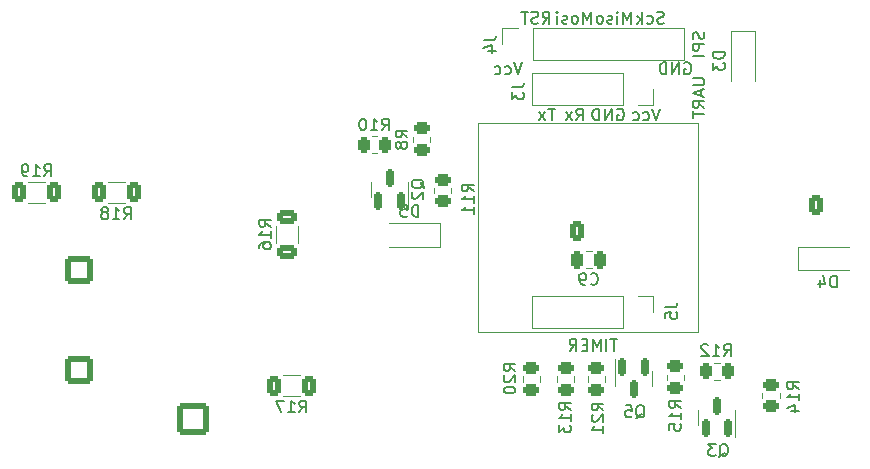
<source format=gbo>
G04 #@! TF.GenerationSoftware,KiCad,Pcbnew,(6.0.5)*
G04 #@! TF.CreationDate,2022-05-29T13:56:34+02:00*
G04 #@! TF.ProjectId,Jogurtownica,4a6f6775-7274-46f7-976e-6963612e6b69,rev?*
G04 #@! TF.SameCoordinates,Original*
G04 #@! TF.FileFunction,Legend,Bot*
G04 #@! TF.FilePolarity,Positive*
%FSLAX45Y45*%
G04 Gerber Fmt 4.5, Leading zero omitted, Abs format (unit mm)*
G04 Created by KiCad (PCBNEW (6.0.5)) date 2022-05-29 13:56:34*
%MOMM*%
%LPD*%
G01*
G04 APERTURE LIST*
G04 Aperture macros list*
%AMRoundRect*
0 Rectangle with rounded corners*
0 $1 Rounding radius*
0 $2 $3 $4 $5 $6 $7 $8 $9 X,Y pos of 4 corners*
0 Add a 4 corners polygon primitive as box body*
4,1,4,$2,$3,$4,$5,$6,$7,$8,$9,$2,$3,0*
0 Add four circle primitives for the rounded corners*
1,1,$1+$1,$2,$3*
1,1,$1+$1,$4,$5*
1,1,$1+$1,$6,$7*
1,1,$1+$1,$8,$9*
0 Add four rect primitives between the rounded corners*
20,1,$1+$1,$2,$3,$4,$5,0*
20,1,$1+$1,$4,$5,$6,$7,0*
20,1,$1+$1,$6,$7,$8,$9,0*
20,1,$1+$1,$8,$9,$2,$3,0*%
G04 Aperture macros list end*
%ADD10C,0.100000*%
%ADD11C,0.150000*%
%ADD12C,0.120000*%
%ADD13C,4.000000*%
%ADD14C,1.440000*%
%ADD15C,2.000000*%
%ADD16RoundRect,0.250000X-0.625000X0.350000X-0.625000X-0.350000X0.625000X-0.350000X0.625000X0.350000X0*%
%ADD17O,1.750000X1.200000*%
%ADD18RoundRect,0.250001X-0.949999X0.949999X-0.949999X-0.949999X0.949999X-0.949999X0.949999X0.949999X0*%
%ADD19C,2.400000*%
%ADD20R,1.600000X1.600000*%
%ADD21C,1.600000*%
%ADD22RoundRect,0.250000X0.350000X0.625000X-0.350000X0.625000X-0.350000X-0.625000X0.350000X-0.625000X0*%
%ADD23O,1.200000X1.750000*%
%ADD24RoundRect,0.250000X-0.845000X0.620000X-0.845000X-0.620000X0.845000X-0.620000X0.845000X0.620000X0*%
%ADD25O,2.190000X1.740000*%
%ADD26C,1.800000*%
%ADD27RoundRect,0.250000X-0.350000X-0.625000X0.350000X-0.625000X0.350000X0.625000X-0.350000X0.625000X0*%
%ADD28O,1.600000X1.600000*%
%ADD29RoundRect,0.250001X-1.099999X-1.099999X1.099999X-1.099999X1.099999X1.099999X-1.099999X1.099999X0*%
%ADD30C,2.700000*%
%ADD31C,3.000000*%
%ADD32R,2.500000X2.500000*%
%ADD33RoundRect,0.250000X-0.450000X0.262500X-0.450000X-0.262500X0.450000X-0.262500X0.450000X0.262500X0*%
%ADD34RoundRect,0.150000X-0.150000X0.587500X-0.150000X-0.587500X0.150000X-0.587500X0.150000X0.587500X0*%
%ADD35R,1.700000X1.300000*%
%ADD36R,1.700000X1.700000*%
%ADD37O,1.700000X1.700000*%
%ADD38R,1.300000X1.700000*%
%ADD39RoundRect,0.250000X-0.312500X-0.625000X0.312500X-0.625000X0.312500X0.625000X-0.312500X0.625000X0*%
%ADD40RoundRect,0.250000X0.312500X0.625000X-0.312500X0.625000X-0.312500X-0.625000X0.312500X-0.625000X0*%
%ADD41RoundRect,0.250000X0.450000X-0.262500X0.450000X0.262500X-0.450000X0.262500X-0.450000X-0.262500X0*%
%ADD42RoundRect,0.150000X0.150000X-0.587500X0.150000X0.587500X-0.150000X0.587500X-0.150000X-0.587500X0*%
%ADD43RoundRect,0.250000X-0.262500X-0.450000X0.262500X-0.450000X0.262500X0.450000X-0.262500X0.450000X0*%
%ADD44RoundRect,0.250000X-0.625000X0.312500X-0.625000X-0.312500X0.625000X-0.312500X0.625000X0.312500X0*%
%ADD45RoundRect,0.250000X0.262500X0.450000X-0.262500X0.450000X-0.262500X-0.450000X0.262500X-0.450000X0*%
%ADD46RoundRect,0.250000X-0.250000X-0.475000X0.250000X-0.475000X0.250000X0.475000X-0.250000X0.475000X0*%
G04 APERTURE END LIST*
D10*
X9040000Y-9390000D02*
X10900000Y-9390000D01*
X10900000Y-9390000D02*
X10900000Y-11160000D01*
X10900000Y-11160000D02*
X9040000Y-11160000D01*
X9040000Y-11160000D02*
X9040000Y-9390000D01*
D11*
X9409048Y-8875238D02*
X9375714Y-8975238D01*
X9342381Y-8875238D01*
X9266190Y-8970476D02*
X9275714Y-8975238D01*
X9294762Y-8975238D01*
X9304286Y-8970476D01*
X9309048Y-8965714D01*
X9313810Y-8956190D01*
X9313810Y-8927619D01*
X9309048Y-8918095D01*
X9304286Y-8913333D01*
X9294762Y-8908571D01*
X9275714Y-8908571D01*
X9266190Y-8913333D01*
X9180476Y-8970476D02*
X9190000Y-8975238D01*
X9209048Y-8975238D01*
X9218571Y-8970476D01*
X9223333Y-8965714D01*
X9228095Y-8956190D01*
X9228095Y-8927619D01*
X9223333Y-8918095D01*
X9218571Y-8913333D01*
X9209048Y-8908571D01*
X9190000Y-8908571D01*
X9180476Y-8913333D01*
X10216190Y-9270000D02*
X10225714Y-9265238D01*
X10240000Y-9265238D01*
X10254286Y-9270000D01*
X10263810Y-9279524D01*
X10268571Y-9289048D01*
X10273333Y-9308095D01*
X10273333Y-9322381D01*
X10268571Y-9341429D01*
X10263810Y-9350952D01*
X10254286Y-9360476D01*
X10240000Y-9365238D01*
X10230476Y-9365238D01*
X10216190Y-9360476D01*
X10211429Y-9355714D01*
X10211429Y-9322381D01*
X10230476Y-9322381D01*
X10168571Y-9365238D02*
X10168571Y-9265238D01*
X10111429Y-9365238D01*
X10111429Y-9265238D01*
X10063810Y-9365238D02*
X10063810Y-9265238D01*
X10040000Y-9265238D01*
X10025714Y-9270000D01*
X10016190Y-9279524D01*
X10011429Y-9289048D01*
X10006667Y-9308095D01*
X10006667Y-9322381D01*
X10011429Y-9341429D01*
X10016190Y-9350952D01*
X10025714Y-9360476D01*
X10040000Y-9365238D01*
X10063810Y-9365238D01*
X10579048Y-9265238D02*
X10545714Y-9365238D01*
X10512381Y-9265238D01*
X10436190Y-9360476D02*
X10445714Y-9365238D01*
X10464762Y-9365238D01*
X10474286Y-9360476D01*
X10479048Y-9355714D01*
X10483810Y-9346190D01*
X10483810Y-9317619D01*
X10479048Y-9308095D01*
X10474286Y-9303333D01*
X10464762Y-9298571D01*
X10445714Y-9298571D01*
X10436190Y-9303333D01*
X10350476Y-9360476D02*
X10360000Y-9365238D01*
X10379048Y-9365238D01*
X10388571Y-9360476D01*
X10393333Y-9355714D01*
X10398095Y-9346190D01*
X10398095Y-9317619D01*
X10393333Y-9308095D01*
X10388571Y-9303333D01*
X10379048Y-9298571D01*
X10360000Y-9298571D01*
X10350476Y-9303333D01*
X9689048Y-9265238D02*
X9631905Y-9265238D01*
X9660476Y-9365238D02*
X9660476Y-9265238D01*
X9608095Y-9365238D02*
X9555714Y-9298571D01*
X9608095Y-9298571D02*
X9555714Y-9365238D01*
X10611905Y-8540476D02*
X10597619Y-8545238D01*
X10573810Y-8545238D01*
X10564286Y-8540476D01*
X10559524Y-8535714D01*
X10554762Y-8526190D01*
X10554762Y-8516667D01*
X10559524Y-8507143D01*
X10564286Y-8502381D01*
X10573810Y-8497619D01*
X10592857Y-8492857D01*
X10602381Y-8488095D01*
X10607143Y-8483333D01*
X10611905Y-8473810D01*
X10611905Y-8464286D01*
X10607143Y-8454762D01*
X10602381Y-8450000D01*
X10592857Y-8445238D01*
X10569048Y-8445238D01*
X10554762Y-8450000D01*
X10469048Y-8540476D02*
X10478571Y-8545238D01*
X10497619Y-8545238D01*
X10507143Y-8540476D01*
X10511905Y-8535714D01*
X10516667Y-8526190D01*
X10516667Y-8497619D01*
X10511905Y-8488095D01*
X10507143Y-8483333D01*
X10497619Y-8478571D01*
X10478571Y-8478571D01*
X10469048Y-8483333D01*
X10426190Y-8545238D02*
X10426190Y-8445238D01*
X10416667Y-8507143D02*
X10388095Y-8545238D01*
X10388095Y-8478571D02*
X10426190Y-8516667D01*
X10332857Y-8545238D02*
X10332857Y-8445238D01*
X10299524Y-8516667D01*
X10266190Y-8445238D01*
X10266190Y-8545238D01*
X10218571Y-8545238D02*
X10218571Y-8478571D01*
X10218571Y-8445238D02*
X10223333Y-8450000D01*
X10218571Y-8454762D01*
X10213810Y-8450000D01*
X10218571Y-8445238D01*
X10218571Y-8454762D01*
X10175714Y-8540476D02*
X10166190Y-8545238D01*
X10147143Y-8545238D01*
X10137619Y-8540476D01*
X10132857Y-8530952D01*
X10132857Y-8526190D01*
X10137619Y-8516667D01*
X10147143Y-8511905D01*
X10161429Y-8511905D01*
X10170952Y-8507143D01*
X10175714Y-8497619D01*
X10175714Y-8492857D01*
X10170952Y-8483333D01*
X10161429Y-8478571D01*
X10147143Y-8478571D01*
X10137619Y-8483333D01*
X10075714Y-8545238D02*
X10085238Y-8540476D01*
X10090000Y-8535714D01*
X10094762Y-8526190D01*
X10094762Y-8497619D01*
X10090000Y-8488095D01*
X10085238Y-8483333D01*
X10075714Y-8478571D01*
X10061429Y-8478571D01*
X10051905Y-8483333D01*
X10047143Y-8488095D01*
X10042381Y-8497619D01*
X10042381Y-8526190D01*
X10047143Y-8535714D01*
X10051905Y-8540476D01*
X10061429Y-8545238D01*
X10075714Y-8545238D01*
X9869524Y-9365238D02*
X9902857Y-9317619D01*
X9926667Y-9365238D02*
X9926667Y-9265238D01*
X9888571Y-9265238D01*
X9879048Y-9270000D01*
X9874286Y-9274762D01*
X9869524Y-9284286D01*
X9869524Y-9298571D01*
X9874286Y-9308095D01*
X9879048Y-9312857D01*
X9888571Y-9317619D01*
X9926667Y-9317619D01*
X9836190Y-9365238D02*
X9783810Y-9298571D01*
X9836190Y-9298571D02*
X9783810Y-9365238D01*
X9584762Y-8545238D02*
X9618095Y-8497619D01*
X9641905Y-8545238D02*
X9641905Y-8445238D01*
X9603810Y-8445238D01*
X9594286Y-8450000D01*
X9589524Y-8454762D01*
X9584762Y-8464286D01*
X9584762Y-8478571D01*
X9589524Y-8488095D01*
X9594286Y-8492857D01*
X9603810Y-8497619D01*
X9641905Y-8497619D01*
X9546667Y-8540476D02*
X9532381Y-8545238D01*
X9508571Y-8545238D01*
X9499048Y-8540476D01*
X9494286Y-8535714D01*
X9489524Y-8526190D01*
X9489524Y-8516667D01*
X9494286Y-8507143D01*
X9499048Y-8502381D01*
X9508571Y-8497619D01*
X9527619Y-8492857D01*
X9537143Y-8488095D01*
X9541905Y-8483333D01*
X9546667Y-8473810D01*
X9546667Y-8464286D01*
X9541905Y-8454762D01*
X9537143Y-8450000D01*
X9527619Y-8445238D01*
X9503810Y-8445238D01*
X9489524Y-8450000D01*
X9460952Y-8445238D02*
X9403810Y-8445238D01*
X9432381Y-8545238D02*
X9432381Y-8445238D01*
X9992857Y-8545238D02*
X9992857Y-8445238D01*
X9959524Y-8516667D01*
X9926190Y-8445238D01*
X9926190Y-8545238D01*
X9864286Y-8545238D02*
X9873810Y-8540476D01*
X9878571Y-8535714D01*
X9883333Y-8526190D01*
X9883333Y-8497619D01*
X9878571Y-8488095D01*
X9873810Y-8483333D01*
X9864286Y-8478571D01*
X9850000Y-8478571D01*
X9840476Y-8483333D01*
X9835714Y-8488095D01*
X9830952Y-8497619D01*
X9830952Y-8526190D01*
X9835714Y-8535714D01*
X9840476Y-8540476D01*
X9850000Y-8545238D01*
X9864286Y-8545238D01*
X9792857Y-8540476D02*
X9783333Y-8545238D01*
X9764286Y-8545238D01*
X9754762Y-8540476D01*
X9750000Y-8530952D01*
X9750000Y-8526190D01*
X9754762Y-8516667D01*
X9764286Y-8511905D01*
X9778571Y-8511905D01*
X9788095Y-8507143D01*
X9792857Y-8497619D01*
X9792857Y-8492857D01*
X9788095Y-8483333D01*
X9778571Y-8478571D01*
X9764286Y-8478571D01*
X9754762Y-8483333D01*
X9707143Y-8545238D02*
X9707143Y-8478571D01*
X9707143Y-8445238D02*
X9711905Y-8450000D01*
X9707143Y-8454762D01*
X9702381Y-8450000D01*
X9707143Y-8445238D01*
X9707143Y-8454762D01*
X10786190Y-8880000D02*
X10795714Y-8875238D01*
X10810000Y-8875238D01*
X10824286Y-8880000D01*
X10833810Y-8889524D01*
X10838571Y-8899048D01*
X10843333Y-8918095D01*
X10843333Y-8932381D01*
X10838571Y-8951429D01*
X10833810Y-8960952D01*
X10824286Y-8970476D01*
X10810000Y-8975238D01*
X10800476Y-8975238D01*
X10786190Y-8970476D01*
X10781429Y-8965714D01*
X10781429Y-8932381D01*
X10800476Y-8932381D01*
X10738571Y-8975238D02*
X10738571Y-8875238D01*
X10681429Y-8975238D01*
X10681429Y-8875238D01*
X10633810Y-8975238D02*
X10633810Y-8875238D01*
X10610000Y-8875238D01*
X10595714Y-8880000D01*
X10586190Y-8889524D01*
X10581429Y-8899048D01*
X10576667Y-8918095D01*
X10576667Y-8932381D01*
X10581429Y-8951429D01*
X10586190Y-8960952D01*
X10595714Y-8970476D01*
X10610000Y-8975238D01*
X10633810Y-8975238D01*
G04 #@! TO.C,R15*
X10755238Y-11800714D02*
X10707619Y-11767381D01*
X10755238Y-11743571D02*
X10655238Y-11743571D01*
X10655238Y-11781667D01*
X10660000Y-11791190D01*
X10664762Y-11795952D01*
X10674286Y-11800714D01*
X10688571Y-11800714D01*
X10698095Y-11795952D01*
X10702857Y-11791190D01*
X10707619Y-11781667D01*
X10707619Y-11743571D01*
X10755238Y-11895952D02*
X10755238Y-11838809D01*
X10755238Y-11867381D02*
X10655238Y-11867381D01*
X10669524Y-11857857D01*
X10679048Y-11848333D01*
X10683810Y-11838809D01*
X10655238Y-11986428D02*
X10655238Y-11938809D01*
X10702857Y-11934048D01*
X10698095Y-11938809D01*
X10693333Y-11948333D01*
X10693333Y-11972143D01*
X10698095Y-11981667D01*
X10702857Y-11986428D01*
X10712381Y-11991190D01*
X10736190Y-11991190D01*
X10745714Y-11986428D01*
X10750476Y-11981667D01*
X10755238Y-11972143D01*
X10755238Y-11948333D01*
X10750476Y-11938809D01*
X10745714Y-11934048D01*
G04 #@! TO.C,Q5*
X10374524Y-11888512D02*
X10384048Y-11883750D01*
X10393571Y-11874226D01*
X10407857Y-11859940D01*
X10417381Y-11855178D01*
X10426905Y-11855178D01*
X10422143Y-11878988D02*
X10431667Y-11874226D01*
X10441190Y-11864702D01*
X10445952Y-11845655D01*
X10445952Y-11812321D01*
X10441190Y-11793274D01*
X10431667Y-11783750D01*
X10422143Y-11778988D01*
X10403095Y-11778988D01*
X10393571Y-11783750D01*
X10384048Y-11793274D01*
X10379286Y-11812321D01*
X10379286Y-11845655D01*
X10384048Y-11864702D01*
X10393571Y-11874226D01*
X10403095Y-11878988D01*
X10422143Y-11878988D01*
X10288810Y-11778988D02*
X10336429Y-11778988D01*
X10341190Y-11826607D01*
X10336429Y-11821845D01*
X10326905Y-11817083D01*
X10303095Y-11817083D01*
X10293571Y-11821845D01*
X10288810Y-11826607D01*
X10284048Y-11836131D01*
X10284048Y-11859940D01*
X10288810Y-11869464D01*
X10293571Y-11874226D01*
X10303095Y-11878988D01*
X10326905Y-11878988D01*
X10336429Y-11874226D01*
X10341190Y-11869464D01*
G04 #@! TO.C,R13*
X9825238Y-11815714D02*
X9777619Y-11782381D01*
X9825238Y-11758571D02*
X9725238Y-11758571D01*
X9725238Y-11796667D01*
X9730000Y-11806190D01*
X9734762Y-11810952D01*
X9744286Y-11815714D01*
X9758571Y-11815714D01*
X9768095Y-11810952D01*
X9772857Y-11806190D01*
X9777619Y-11796667D01*
X9777619Y-11758571D01*
X9825238Y-11910952D02*
X9825238Y-11853809D01*
X9825238Y-11882381D02*
X9725238Y-11882381D01*
X9739524Y-11872857D01*
X9749048Y-11863333D01*
X9753810Y-11853809D01*
X9725238Y-11944286D02*
X9725238Y-12006190D01*
X9763333Y-11972857D01*
X9763333Y-11987143D01*
X9768095Y-11996667D01*
X9772857Y-12001428D01*
X9782381Y-12006190D01*
X9806190Y-12006190D01*
X9815714Y-12001428D01*
X9820476Y-11996667D01*
X9825238Y-11987143D01*
X9825238Y-11958571D01*
X9820476Y-11949048D01*
X9815714Y-11944286D01*
G04 #@! TO.C,D3*
X11125238Y-8786190D02*
X11025238Y-8786190D01*
X11025238Y-8810000D01*
X11030000Y-8824286D01*
X11039524Y-8833810D01*
X11049048Y-8838571D01*
X11068095Y-8843333D01*
X11082381Y-8843333D01*
X11101429Y-8838571D01*
X11110952Y-8833810D01*
X11120476Y-8824286D01*
X11125238Y-8810000D01*
X11125238Y-8786190D01*
X11025238Y-8876667D02*
X11025238Y-8938571D01*
X11063333Y-8905238D01*
X11063333Y-8919524D01*
X11068095Y-8929048D01*
X11072857Y-8933810D01*
X11082381Y-8938571D01*
X11106190Y-8938571D01*
X11115714Y-8933810D01*
X11120476Y-8929048D01*
X11125238Y-8919524D01*
X11125238Y-8890952D01*
X11120476Y-8881429D01*
X11115714Y-8876667D01*
G04 #@! TO.C,J5*
X10625238Y-10946667D02*
X10696667Y-10946667D01*
X10710952Y-10941905D01*
X10720476Y-10932381D01*
X10725238Y-10918095D01*
X10725238Y-10908571D01*
X10625238Y-11041905D02*
X10625238Y-10994286D01*
X10672857Y-10989524D01*
X10668095Y-10994286D01*
X10663333Y-11003810D01*
X10663333Y-11027619D01*
X10668095Y-11037143D01*
X10672857Y-11041905D01*
X10682381Y-11046667D01*
X10706190Y-11046667D01*
X10715714Y-11041905D01*
X10720476Y-11037143D01*
X10725238Y-11027619D01*
X10725238Y-11003810D01*
X10720476Y-10994286D01*
X10715714Y-10989524D01*
X10214762Y-11215238D02*
X10157619Y-11215238D01*
X10186190Y-11315238D02*
X10186190Y-11215238D01*
X10124286Y-11315238D02*
X10124286Y-11215238D01*
X10076667Y-11315238D02*
X10076667Y-11215238D01*
X10043333Y-11286667D01*
X10010000Y-11215238D01*
X10010000Y-11315238D01*
X9962381Y-11262857D02*
X9929048Y-11262857D01*
X9914762Y-11315238D02*
X9962381Y-11315238D01*
X9962381Y-11215238D01*
X9914762Y-11215238D01*
X9814762Y-11315238D02*
X9848095Y-11267619D01*
X9871905Y-11315238D02*
X9871905Y-11215238D01*
X9833810Y-11215238D01*
X9824286Y-11220000D01*
X9819524Y-11224762D01*
X9814762Y-11234286D01*
X9814762Y-11248571D01*
X9819524Y-11258095D01*
X9824286Y-11262857D01*
X9833810Y-11267619D01*
X9871905Y-11267619D01*
G04 #@! TO.C,D4*
X12073809Y-10780238D02*
X12073809Y-10680238D01*
X12050000Y-10680238D01*
X12035714Y-10685000D01*
X12026190Y-10694524D01*
X12021428Y-10704048D01*
X12016667Y-10723095D01*
X12016667Y-10737381D01*
X12021428Y-10756429D01*
X12026190Y-10765952D01*
X12035714Y-10775476D01*
X12050000Y-10780238D01*
X12073809Y-10780238D01*
X11930952Y-10713571D02*
X11930952Y-10780238D01*
X11954762Y-10675476D02*
X11978571Y-10746905D01*
X11916667Y-10746905D01*
G04 #@! TO.C,R18*
X6039286Y-10202238D02*
X6072619Y-10154619D01*
X6096428Y-10202238D02*
X6096428Y-10102238D01*
X6058333Y-10102238D01*
X6048809Y-10107000D01*
X6044048Y-10111762D01*
X6039286Y-10121286D01*
X6039286Y-10135571D01*
X6044048Y-10145095D01*
X6048809Y-10149857D01*
X6058333Y-10154619D01*
X6096428Y-10154619D01*
X5944048Y-10202238D02*
X6001190Y-10202238D01*
X5972619Y-10202238D02*
X5972619Y-10102238D01*
X5982143Y-10116524D01*
X5991667Y-10126048D01*
X6001190Y-10130810D01*
X5886905Y-10145095D02*
X5896428Y-10140333D01*
X5901190Y-10135571D01*
X5905952Y-10126048D01*
X5905952Y-10121286D01*
X5901190Y-10111762D01*
X5896428Y-10107000D01*
X5886905Y-10102238D01*
X5867857Y-10102238D01*
X5858333Y-10107000D01*
X5853571Y-10111762D01*
X5848809Y-10121286D01*
X5848809Y-10126048D01*
X5853571Y-10135571D01*
X5858333Y-10140333D01*
X5867857Y-10145095D01*
X5886905Y-10145095D01*
X5896428Y-10149857D01*
X5901190Y-10154619D01*
X5905952Y-10164143D01*
X5905952Y-10183190D01*
X5901190Y-10192714D01*
X5896428Y-10197476D01*
X5886905Y-10202238D01*
X5867857Y-10202238D01*
X5858333Y-10197476D01*
X5853571Y-10192714D01*
X5848809Y-10183190D01*
X5848809Y-10164143D01*
X5853571Y-10154619D01*
X5858333Y-10149857D01*
X5867857Y-10145095D01*
G04 #@! TO.C,R19*
X5364286Y-9838238D02*
X5397619Y-9790619D01*
X5421429Y-9838238D02*
X5421429Y-9738238D01*
X5383333Y-9738238D01*
X5373810Y-9743000D01*
X5369048Y-9747762D01*
X5364286Y-9757286D01*
X5364286Y-9771571D01*
X5369048Y-9781095D01*
X5373810Y-9785857D01*
X5383333Y-9790619D01*
X5421429Y-9790619D01*
X5269048Y-9838238D02*
X5326190Y-9838238D01*
X5297619Y-9838238D02*
X5297619Y-9738238D01*
X5307143Y-9752524D01*
X5316667Y-9762048D01*
X5326190Y-9766810D01*
X5221429Y-9838238D02*
X5202381Y-9838238D01*
X5192857Y-9833476D01*
X5188095Y-9828714D01*
X5178571Y-9814429D01*
X5173810Y-9795381D01*
X5173810Y-9757286D01*
X5178571Y-9747762D01*
X5183333Y-9743000D01*
X5192857Y-9738238D01*
X5211905Y-9738238D01*
X5221429Y-9743000D01*
X5226190Y-9747762D01*
X5230952Y-9757286D01*
X5230952Y-9781095D01*
X5226190Y-9790619D01*
X5221429Y-9795381D01*
X5211905Y-9800143D01*
X5192857Y-9800143D01*
X5183333Y-9795381D01*
X5178571Y-9790619D01*
X5173810Y-9781095D01*
G04 #@! TO.C,R8*
X8440238Y-9508333D02*
X8392619Y-9475000D01*
X8440238Y-9451190D02*
X8340238Y-9451190D01*
X8340238Y-9489286D01*
X8345000Y-9498810D01*
X8349762Y-9503571D01*
X8359286Y-9508333D01*
X8373571Y-9508333D01*
X8383095Y-9503571D01*
X8387857Y-9498810D01*
X8392619Y-9489286D01*
X8392619Y-9451190D01*
X8383095Y-9565476D02*
X8378333Y-9555952D01*
X8373571Y-9551190D01*
X8364048Y-9546429D01*
X8359286Y-9546429D01*
X8349762Y-9551190D01*
X8345000Y-9555952D01*
X8340238Y-9565476D01*
X8340238Y-9584524D01*
X8345000Y-9594048D01*
X8349762Y-9598810D01*
X8359286Y-9603571D01*
X8364048Y-9603571D01*
X8373571Y-9598810D01*
X8378333Y-9594048D01*
X8383095Y-9584524D01*
X8383095Y-9565476D01*
X8387857Y-9555952D01*
X8392619Y-9551190D01*
X8402143Y-9546429D01*
X8421190Y-9546429D01*
X8430714Y-9551190D01*
X8435476Y-9555952D01*
X8440238Y-9565476D01*
X8440238Y-9584524D01*
X8435476Y-9594048D01*
X8430714Y-9598810D01*
X8421190Y-9603571D01*
X8402143Y-9603571D01*
X8392619Y-9598810D01*
X8387857Y-9594048D01*
X8383095Y-9584524D01*
G04 #@! TO.C,J4*
X9087238Y-8686667D02*
X9158667Y-8686667D01*
X9172952Y-8681905D01*
X9182476Y-8672381D01*
X9187238Y-8658095D01*
X9187238Y-8648571D01*
X9120571Y-8777143D02*
X9187238Y-8777143D01*
X9082476Y-8753333D02*
X9153905Y-8729524D01*
X9153905Y-8791429D01*
X10950476Y-8617619D02*
X10955238Y-8631905D01*
X10955238Y-8655714D01*
X10950476Y-8665238D01*
X10945714Y-8670000D01*
X10936190Y-8674762D01*
X10926667Y-8674762D01*
X10917143Y-8670000D01*
X10912381Y-8665238D01*
X10907619Y-8655714D01*
X10902857Y-8636667D01*
X10898095Y-8627143D01*
X10893333Y-8622381D01*
X10883810Y-8617619D01*
X10874286Y-8617619D01*
X10864762Y-8622381D01*
X10860000Y-8627143D01*
X10855238Y-8636667D01*
X10855238Y-8660476D01*
X10860000Y-8674762D01*
X10955238Y-8717619D02*
X10855238Y-8717619D01*
X10855238Y-8755714D01*
X10860000Y-8765238D01*
X10864762Y-8770000D01*
X10874286Y-8774762D01*
X10888571Y-8774762D01*
X10898095Y-8770000D01*
X10902857Y-8765238D01*
X10907619Y-8755714D01*
X10907619Y-8717619D01*
X10955238Y-8817619D02*
X10855238Y-8817619D01*
G04 #@! TO.C,R21*
X10100238Y-11820714D02*
X10052619Y-11787381D01*
X10100238Y-11763571D02*
X10000238Y-11763571D01*
X10000238Y-11801667D01*
X10005000Y-11811190D01*
X10009762Y-11815952D01*
X10019286Y-11820714D01*
X10033571Y-11820714D01*
X10043095Y-11815952D01*
X10047857Y-11811190D01*
X10052619Y-11801667D01*
X10052619Y-11763571D01*
X10009762Y-11858809D02*
X10005000Y-11863571D01*
X10000238Y-11873095D01*
X10000238Y-11896905D01*
X10005000Y-11906428D01*
X10009762Y-11911190D01*
X10019286Y-11915952D01*
X10028810Y-11915952D01*
X10043095Y-11911190D01*
X10100238Y-11854048D01*
X10100238Y-11915952D01*
X10100238Y-12011190D02*
X10100238Y-11954048D01*
X10100238Y-11982619D02*
X10000238Y-11982619D01*
X10014524Y-11973095D01*
X10024048Y-11963571D01*
X10028810Y-11954048D01*
G04 #@! TO.C,R14*
X11755238Y-11640714D02*
X11707619Y-11607381D01*
X11755238Y-11583571D02*
X11655238Y-11583571D01*
X11655238Y-11621667D01*
X11660000Y-11631190D01*
X11664762Y-11635952D01*
X11674286Y-11640714D01*
X11688571Y-11640714D01*
X11698095Y-11635952D01*
X11702857Y-11631190D01*
X11707619Y-11621667D01*
X11707619Y-11583571D01*
X11755238Y-11735952D02*
X11755238Y-11678809D01*
X11755238Y-11707381D02*
X11655238Y-11707381D01*
X11669524Y-11697857D01*
X11679048Y-11688333D01*
X11683809Y-11678809D01*
X11688571Y-11821667D02*
X11755238Y-11821667D01*
X11650476Y-11797857D02*
X11721905Y-11774048D01*
X11721905Y-11835952D01*
G04 #@! TO.C,R20*
X9355238Y-11485714D02*
X9307619Y-11452381D01*
X9355238Y-11428571D02*
X9255238Y-11428571D01*
X9255238Y-11466667D01*
X9260000Y-11476190D01*
X9264762Y-11480952D01*
X9274286Y-11485714D01*
X9288571Y-11485714D01*
X9298095Y-11480952D01*
X9302857Y-11476190D01*
X9307619Y-11466667D01*
X9307619Y-11428571D01*
X9264762Y-11523809D02*
X9260000Y-11528571D01*
X9255238Y-11538095D01*
X9255238Y-11561905D01*
X9260000Y-11571428D01*
X9264762Y-11576190D01*
X9274286Y-11580952D01*
X9283810Y-11580952D01*
X9298095Y-11576190D01*
X9355238Y-11519048D01*
X9355238Y-11580952D01*
X9255238Y-11642857D02*
X9255238Y-11652381D01*
X9260000Y-11661905D01*
X9264762Y-11666667D01*
X9274286Y-11671428D01*
X9293333Y-11676190D01*
X9317143Y-11676190D01*
X9336190Y-11671428D01*
X9345714Y-11666667D01*
X9350476Y-11661905D01*
X9355238Y-11652381D01*
X9355238Y-11642857D01*
X9350476Y-11633333D01*
X9345714Y-11628571D01*
X9336190Y-11623809D01*
X9317143Y-11619048D01*
X9293333Y-11619048D01*
X9274286Y-11623809D01*
X9264762Y-11628571D01*
X9260000Y-11633333D01*
X9255238Y-11642857D01*
G04 #@! TO.C,R17*
X7524286Y-11837238D02*
X7557619Y-11789619D01*
X7581428Y-11837238D02*
X7581428Y-11737238D01*
X7543333Y-11737238D01*
X7533809Y-11742000D01*
X7529048Y-11746762D01*
X7524286Y-11756286D01*
X7524286Y-11770571D01*
X7529048Y-11780095D01*
X7533809Y-11784857D01*
X7543333Y-11789619D01*
X7581428Y-11789619D01*
X7429048Y-11837238D02*
X7486190Y-11837238D01*
X7457619Y-11837238D02*
X7457619Y-11737238D01*
X7467143Y-11751524D01*
X7476667Y-11761048D01*
X7486190Y-11765809D01*
X7395714Y-11737238D02*
X7329048Y-11737238D01*
X7371905Y-11837238D01*
G04 #@! TO.C,Q2*
X8584762Y-9940476D02*
X8580000Y-9930952D01*
X8570476Y-9921429D01*
X8556190Y-9907143D01*
X8551429Y-9897619D01*
X8551429Y-9888095D01*
X8575238Y-9892857D02*
X8570476Y-9883333D01*
X8560952Y-9873810D01*
X8541905Y-9869048D01*
X8508571Y-9869048D01*
X8489524Y-9873810D01*
X8480000Y-9883333D01*
X8475238Y-9892857D01*
X8475238Y-9911905D01*
X8480000Y-9921429D01*
X8489524Y-9930952D01*
X8508571Y-9935714D01*
X8541905Y-9935714D01*
X8560952Y-9930952D01*
X8570476Y-9921429D01*
X8575238Y-9911905D01*
X8575238Y-9892857D01*
X8484762Y-9973810D02*
X8480000Y-9978571D01*
X8475238Y-9988095D01*
X8475238Y-10011905D01*
X8480000Y-10021429D01*
X8484762Y-10026190D01*
X8494286Y-10030952D01*
X8503810Y-10030952D01*
X8518095Y-10026190D01*
X8575238Y-9969048D01*
X8575238Y-10030952D01*
G04 #@! TO.C,R12*
X11119286Y-11360238D02*
X11152619Y-11312619D01*
X11176429Y-11360238D02*
X11176429Y-11260238D01*
X11138333Y-11260238D01*
X11128810Y-11265000D01*
X11124048Y-11269762D01*
X11119286Y-11279286D01*
X11119286Y-11293571D01*
X11124048Y-11303095D01*
X11128810Y-11307857D01*
X11138333Y-11312619D01*
X11176429Y-11312619D01*
X11024048Y-11360238D02*
X11081190Y-11360238D01*
X11052619Y-11360238D02*
X11052619Y-11260238D01*
X11062143Y-11274524D01*
X11071667Y-11284048D01*
X11081190Y-11288809D01*
X10985952Y-11269762D02*
X10981190Y-11265000D01*
X10971667Y-11260238D01*
X10947857Y-11260238D01*
X10938333Y-11265000D01*
X10933571Y-11269762D01*
X10928810Y-11279286D01*
X10928810Y-11288809D01*
X10933571Y-11303095D01*
X10990714Y-11360238D01*
X10928810Y-11360238D01*
G04 #@! TO.C,D5*
X8533810Y-10180238D02*
X8533810Y-10080238D01*
X8510000Y-10080238D01*
X8495714Y-10085000D01*
X8486190Y-10094524D01*
X8481429Y-10104048D01*
X8476667Y-10123095D01*
X8476667Y-10137381D01*
X8481429Y-10156429D01*
X8486190Y-10165952D01*
X8495714Y-10175476D01*
X8510000Y-10180238D01*
X8533810Y-10180238D01*
X8386190Y-10080238D02*
X8433810Y-10080238D01*
X8438571Y-10127857D01*
X8433810Y-10123095D01*
X8424286Y-10118333D01*
X8400476Y-10118333D01*
X8390952Y-10123095D01*
X8386190Y-10127857D01*
X8381428Y-10137381D01*
X8381428Y-10161190D01*
X8386190Y-10170714D01*
X8390952Y-10175476D01*
X8400476Y-10180238D01*
X8424286Y-10180238D01*
X8433810Y-10175476D01*
X8438571Y-10170714D01*
G04 #@! TO.C,J3*
X9325238Y-9086667D02*
X9396667Y-9086667D01*
X9410952Y-9081905D01*
X9420476Y-9072381D01*
X9425238Y-9058095D01*
X9425238Y-9048571D01*
X9325238Y-9124762D02*
X9325238Y-9186667D01*
X9363333Y-9153333D01*
X9363333Y-9167619D01*
X9368095Y-9177143D01*
X9372857Y-9181905D01*
X9382381Y-9186667D01*
X9406190Y-9186667D01*
X9415714Y-9181905D01*
X9420476Y-9177143D01*
X9425238Y-9167619D01*
X9425238Y-9139048D01*
X9420476Y-9129524D01*
X9415714Y-9124762D01*
X10855238Y-9010476D02*
X10936190Y-9010476D01*
X10945714Y-9015238D01*
X10950476Y-9020000D01*
X10955238Y-9029524D01*
X10955238Y-9048571D01*
X10950476Y-9058095D01*
X10945714Y-9062857D01*
X10936190Y-9067619D01*
X10855238Y-9067619D01*
X10926667Y-9110476D02*
X10926667Y-9158095D01*
X10955238Y-9100952D02*
X10855238Y-9134286D01*
X10955238Y-9167619D01*
X10955238Y-9258095D02*
X10907619Y-9224762D01*
X10955238Y-9200952D02*
X10855238Y-9200952D01*
X10855238Y-9239048D01*
X10860000Y-9248571D01*
X10864762Y-9253333D01*
X10874286Y-9258095D01*
X10888571Y-9258095D01*
X10898095Y-9253333D01*
X10902857Y-9248571D01*
X10907619Y-9239048D01*
X10907619Y-9200952D01*
X10855238Y-9286667D02*
X10855238Y-9343810D01*
X10955238Y-9315238D02*
X10855238Y-9315238D01*
G04 #@! TO.C,R16*
X7283238Y-10265714D02*
X7235619Y-10232381D01*
X7283238Y-10208571D02*
X7183238Y-10208571D01*
X7183238Y-10246667D01*
X7188000Y-10256190D01*
X7192762Y-10260952D01*
X7202286Y-10265714D01*
X7216571Y-10265714D01*
X7226095Y-10260952D01*
X7230857Y-10256190D01*
X7235619Y-10246667D01*
X7235619Y-10208571D01*
X7283238Y-10360952D02*
X7283238Y-10303810D01*
X7283238Y-10332381D02*
X7183238Y-10332381D01*
X7197524Y-10322857D01*
X7207048Y-10313333D01*
X7211809Y-10303810D01*
X7183238Y-10446667D02*
X7183238Y-10427619D01*
X7188000Y-10418095D01*
X7192762Y-10413333D01*
X7207048Y-10403810D01*
X7226095Y-10399048D01*
X7264190Y-10399048D01*
X7273714Y-10403810D01*
X7278476Y-10408571D01*
X7283238Y-10418095D01*
X7283238Y-10437143D01*
X7278476Y-10446667D01*
X7273714Y-10451429D01*
X7264190Y-10456190D01*
X7240381Y-10456190D01*
X7230857Y-10451429D01*
X7226095Y-10446667D01*
X7221333Y-10437143D01*
X7221333Y-10418095D01*
X7226095Y-10408571D01*
X7230857Y-10403810D01*
X7240381Y-10399048D01*
G04 #@! TO.C,Q3*
X11079524Y-12214762D02*
X11089048Y-12210000D01*
X11098571Y-12200476D01*
X11112857Y-12186190D01*
X11122381Y-12181428D01*
X11131905Y-12181428D01*
X11127143Y-12205238D02*
X11136667Y-12200476D01*
X11146190Y-12190952D01*
X11150952Y-12171905D01*
X11150952Y-12138571D01*
X11146190Y-12119524D01*
X11136667Y-12110000D01*
X11127143Y-12105238D01*
X11108095Y-12105238D01*
X11098571Y-12110000D01*
X11089048Y-12119524D01*
X11084286Y-12138571D01*
X11084286Y-12171905D01*
X11089048Y-12190952D01*
X11098571Y-12200476D01*
X11108095Y-12205238D01*
X11127143Y-12205238D01*
X11050952Y-12105238D02*
X10989048Y-12105238D01*
X11022381Y-12143333D01*
X11008095Y-12143333D01*
X10998571Y-12148095D01*
X10993810Y-12152857D01*
X10989048Y-12162381D01*
X10989048Y-12186190D01*
X10993810Y-12195714D01*
X10998571Y-12200476D01*
X11008095Y-12205238D01*
X11036667Y-12205238D01*
X11046190Y-12200476D01*
X11050952Y-12195714D01*
G04 #@! TO.C,R11*
X9000238Y-9965714D02*
X8952619Y-9932381D01*
X9000238Y-9908571D02*
X8900238Y-9908571D01*
X8900238Y-9946667D01*
X8905000Y-9956190D01*
X8909762Y-9960952D01*
X8919286Y-9965714D01*
X8933571Y-9965714D01*
X8943095Y-9960952D01*
X8947857Y-9956190D01*
X8952619Y-9946667D01*
X8952619Y-9908571D01*
X9000238Y-10060952D02*
X9000238Y-10003810D01*
X9000238Y-10032381D02*
X8900238Y-10032381D01*
X8914524Y-10022857D01*
X8924048Y-10013333D01*
X8928810Y-10003810D01*
X9000238Y-10156190D02*
X9000238Y-10099048D01*
X9000238Y-10127619D02*
X8900238Y-10127619D01*
X8914524Y-10118095D01*
X8924048Y-10108571D01*
X8928810Y-10099048D01*
G04 #@! TO.C,R10*
X8224286Y-9450238D02*
X8257619Y-9402619D01*
X8281428Y-9450238D02*
X8281428Y-9350238D01*
X8243333Y-9350238D01*
X8233809Y-9355000D01*
X8229048Y-9359762D01*
X8224286Y-9369286D01*
X8224286Y-9383571D01*
X8229048Y-9393095D01*
X8233809Y-9397857D01*
X8243333Y-9402619D01*
X8281428Y-9402619D01*
X8129048Y-9450238D02*
X8186190Y-9450238D01*
X8157619Y-9450238D02*
X8157619Y-9350238D01*
X8167143Y-9364524D01*
X8176667Y-9374048D01*
X8186190Y-9378810D01*
X8067143Y-9350238D02*
X8057619Y-9350238D01*
X8048095Y-9355000D01*
X8043333Y-9359762D01*
X8038571Y-9369286D01*
X8033809Y-9388333D01*
X8033809Y-9412143D01*
X8038571Y-9431190D01*
X8043333Y-9440714D01*
X8048095Y-9445476D01*
X8057619Y-9450238D01*
X8067143Y-9450238D01*
X8076667Y-9445476D01*
X8081428Y-9440714D01*
X8086190Y-9431190D01*
X8090952Y-9412143D01*
X8090952Y-9388333D01*
X8086190Y-9369286D01*
X8081428Y-9359762D01*
X8076667Y-9355000D01*
X8067143Y-9350238D01*
G04 #@! TO.C,C9*
X9991667Y-10748714D02*
X9996429Y-10753476D01*
X10010714Y-10758238D01*
X10020238Y-10758238D01*
X10034524Y-10753476D01*
X10044048Y-10743952D01*
X10048810Y-10734429D01*
X10053571Y-10715381D01*
X10053571Y-10701095D01*
X10048810Y-10682048D01*
X10044048Y-10672524D01*
X10034524Y-10663000D01*
X10020238Y-10658238D01*
X10010714Y-10658238D01*
X9996429Y-10663000D01*
X9991667Y-10667762D01*
X9944048Y-10758238D02*
X9925000Y-10758238D01*
X9915476Y-10753476D01*
X9910714Y-10748714D01*
X9901190Y-10734429D01*
X9896429Y-10715381D01*
X9896429Y-10677286D01*
X9901190Y-10667762D01*
X9905952Y-10663000D01*
X9915476Y-10658238D01*
X9934524Y-10658238D01*
X9944048Y-10663000D01*
X9948810Y-10667762D01*
X9953571Y-10677286D01*
X9953571Y-10701095D01*
X9948810Y-10710619D01*
X9944048Y-10715381D01*
X9934524Y-10720143D01*
X9915476Y-10720143D01*
X9905952Y-10715381D01*
X9901190Y-10710619D01*
X9896429Y-10701095D01*
D12*
G04 #@! TO.C,R15*
X10783500Y-11517294D02*
X10783500Y-11562706D01*
X10636500Y-11517294D02*
X10636500Y-11562706D01*
G04 #@! TO.C,Q5*
X10199000Y-11550000D02*
X10199000Y-11615000D01*
X10199000Y-11550000D02*
X10199000Y-11382500D01*
X10511000Y-11550000D02*
X10511000Y-11615000D01*
X10511000Y-11550000D02*
X10511000Y-11485000D01*
G04 #@! TO.C,R13*
X9853500Y-11532294D02*
X9853500Y-11577706D01*
X9706500Y-11532294D02*
X9706500Y-11577706D01*
G04 #@! TO.C,D3*
X11180000Y-8605000D02*
X11380000Y-8605000D01*
X11180000Y-9035000D02*
X11180000Y-8605000D01*
X11380000Y-8605000D02*
X11380000Y-9035000D01*
G04 #@! TO.C,J5*
X10523000Y-10987500D02*
X10523000Y-10854500D01*
X9495000Y-11120500D02*
X9495000Y-10854500D01*
X10263000Y-10854500D02*
X9495000Y-10854500D01*
X10263000Y-11120500D02*
X10263000Y-10854500D01*
X10263000Y-11120500D02*
X9495000Y-11120500D01*
X10523000Y-10854500D02*
X10390000Y-10854500D01*
G04 #@! TO.C,D4*
X11745000Y-10635000D02*
X11745000Y-10435000D01*
X11745000Y-10435000D02*
X12175000Y-10435000D01*
X12175000Y-10635000D02*
X11745000Y-10635000D01*
G04 #@! TO.C,R18*
X5902294Y-10066000D02*
X6047706Y-10066000D01*
X5902294Y-9884000D02*
X6047706Y-9884000D01*
G04 #@! TO.C,R19*
X5372706Y-9884000D02*
X5227294Y-9884000D01*
X5372706Y-10066000D02*
X5227294Y-10066000D01*
G04 #@! TO.C,R8*
X8486500Y-9502294D02*
X8486500Y-9547706D01*
X8633500Y-9502294D02*
X8633500Y-9547706D01*
G04 #@! TO.C,J4*
X10778000Y-8587000D02*
X10778000Y-8853000D01*
X9502000Y-8587000D02*
X9502000Y-8853000D01*
X9375000Y-8587000D02*
X9242000Y-8587000D01*
X9502000Y-8587000D02*
X10778000Y-8587000D01*
X9502000Y-8853000D02*
X10778000Y-8853000D01*
X9242000Y-8587000D02*
X9242000Y-8720000D01*
G04 #@! TO.C,R21*
X10113500Y-11577706D02*
X10113500Y-11532294D01*
X9966500Y-11577706D02*
X9966500Y-11532294D01*
G04 #@! TO.C,R14*
X11446500Y-11672294D02*
X11446500Y-11717706D01*
X11593500Y-11672294D02*
X11593500Y-11717706D01*
G04 #@! TO.C,R20*
X9416500Y-11577706D02*
X9416500Y-11532294D01*
X9563500Y-11577706D02*
X9563500Y-11532294D01*
G04 #@! TO.C,R17*
X7387294Y-11519000D02*
X7532706Y-11519000D01*
X7387294Y-11701000D02*
X7532706Y-11701000D01*
G04 #@! TO.C,Q2*
X8446000Y-9950000D02*
X8446000Y-9885000D01*
X8446000Y-9950000D02*
X8446000Y-10117500D01*
X8134000Y-9950000D02*
X8134000Y-9885000D01*
X8134000Y-9950000D02*
X8134000Y-10015000D01*
G04 #@! TO.C,R12*
X11037294Y-11416500D02*
X11082706Y-11416500D01*
X11037294Y-11563500D02*
X11082706Y-11563500D01*
G04 #@! TO.C,D5*
X8715000Y-10435000D02*
X8285000Y-10435000D01*
X8285000Y-10235000D02*
X8715000Y-10235000D01*
X8715000Y-10235000D02*
X8715000Y-10435000D01*
G04 #@! TO.C,J3*
X10263000Y-9233000D02*
X10263000Y-8967000D01*
X9495000Y-9233000D02*
X9495000Y-8967000D01*
X10390000Y-9233000D02*
X10523000Y-9233000D01*
X10263000Y-8967000D02*
X9495000Y-8967000D01*
X10263000Y-9233000D02*
X9495000Y-9233000D01*
X10523000Y-9233000D02*
X10523000Y-9100000D01*
G04 #@! TO.C,R16*
X7511000Y-10257294D02*
X7511000Y-10402706D01*
X7329000Y-10257294D02*
X7329000Y-10402706D01*
G04 #@! TO.C,Q3*
X11216000Y-11880000D02*
X11216000Y-11815000D01*
X10904000Y-11880000D02*
X10904000Y-11945000D01*
X10904000Y-11880000D02*
X10904000Y-11815000D01*
X11216000Y-11880000D02*
X11216000Y-12047500D01*
G04 #@! TO.C,R11*
X8666500Y-9937294D02*
X8666500Y-9982706D01*
X8813500Y-9937294D02*
X8813500Y-9982706D01*
G04 #@! TO.C,R10*
X8182706Y-9496500D02*
X8137294Y-9496500D01*
X8182706Y-9643500D02*
X8137294Y-9643500D01*
G04 #@! TO.C,C9*
X9948875Y-10471500D02*
X10001125Y-10471500D01*
X9948875Y-10618500D02*
X10001125Y-10618500D01*
G04 #@! TD*
%LPC*%
D13*
G04 #@! TO.C,REF\u002A\u002A*
X14300000Y-12525000D03*
G04 #@! TD*
D14*
G04 #@! TO.C,RV1*
X10950000Y-5152500D03*
X11204000Y-5152500D03*
X11458000Y-5152500D03*
G04 #@! TD*
D13*
G04 #@! TO.C,REF\u002A\u002A*
X7125000Y-7925000D03*
G04 #@! TD*
D15*
G04 #@! TO.C,C7*
X6900000Y-10174500D03*
X6900000Y-9424500D03*
G04 #@! TD*
D16*
G04 #@! TO.C,J2*
X9900000Y-7225000D03*
D17*
X9900000Y-7425000D03*
G04 #@! TD*
D18*
G04 #@! TO.C,J10*
X5660000Y-10630000D03*
D19*
X5660000Y-11026000D03*
G04 #@! TD*
D20*
G04 #@! TO.C,C1*
X7540000Y-6590000D03*
D21*
X7890000Y-6590000D03*
G04 #@! TD*
D20*
G04 #@! TO.C,C4*
X12410000Y-7400511D03*
D21*
X12410000Y-7150511D03*
G04 #@! TD*
D20*
G04 #@! TO.C,C5*
X8510000Y-5800511D03*
D21*
X8510000Y-5550511D03*
G04 #@! TD*
D22*
G04 #@! TO.C,J8*
X12260000Y-6150000D03*
D23*
X12060000Y-6150000D03*
G04 #@! TD*
D24*
G04 #@! TO.C,J1*
X6307028Y-7236046D03*
D25*
X6307028Y-7490046D03*
G04 #@! TD*
D26*
G04 #@! TO.C,RV2*
X4735000Y-10835000D03*
X4545000Y-11585000D03*
G04 #@! TD*
D27*
G04 #@! TO.C,J9*
X11900000Y-10080000D03*
D23*
X12100000Y-10080000D03*
G04 #@! TD*
D18*
G04 #@! TO.C,J11*
X5660000Y-11480000D03*
D19*
X5660000Y-11876000D03*
G04 #@! TD*
D20*
G04 #@! TO.C,U3*
X8427500Y-10620000D03*
D28*
X8173500Y-10620000D03*
X7919500Y-10620000D03*
X7919500Y-11382000D03*
X8173500Y-11382000D03*
X8427500Y-11382000D03*
G04 #@! TD*
D27*
G04 #@! TO.C,J6*
X9880000Y-10300000D03*
D23*
X10080000Y-10300000D03*
G04 #@! TD*
D29*
G04 #@! TO.C,J12*
X6627000Y-11897500D03*
D30*
X7023000Y-11897500D03*
G04 #@! TD*
D13*
G04 #@! TO.C,REF\u002A\u002A*
X5800000Y-12550000D03*
G04 #@! TD*
G04 #@! TO.C,REF\u002A\u002A*
X10000000Y-5000000D03*
G04 #@! TD*
D20*
G04 #@! TO.C,U2*
X11805000Y-6895000D03*
D28*
X11551000Y-6895000D03*
X11297000Y-6895000D03*
X11043000Y-6895000D03*
X11043000Y-7657000D03*
X11297000Y-7657000D03*
X11551000Y-7657000D03*
X11805000Y-7657000D03*
G04 #@! TD*
D22*
G04 #@! TO.C,J7*
X10100000Y-6155000D03*
D23*
X9900000Y-6155000D03*
G04 #@! TD*
D13*
G04 #@! TO.C,REF\u002A\u002A*
X12875000Y-7925000D03*
G04 #@! TD*
D31*
G04 #@! TO.C,REF\u002A\u002A*
X10000000Y-9580000D03*
G04 #@! TD*
D13*
G04 #@! TO.C,REF\u002A\u002A*
X12025000Y-12600000D03*
G04 #@! TD*
G04 #@! TO.C,REF\u002A\u002A*
X7975000Y-12600000D03*
G04 #@! TD*
D15*
G04 #@! TO.C,C8*
X5515500Y-9420000D03*
X6265500Y-9420000D03*
G04 #@! TD*
D32*
G04 #@! TO.C,Q4*
X6685500Y-10646000D03*
D30*
X6685500Y-11000000D03*
X6685500Y-11356000D03*
G04 #@! TD*
D33*
G04 #@! TO.C,R15*
X10710000Y-11448750D03*
X10710000Y-11631250D03*
G04 #@! TD*
D34*
G04 #@! TO.C,Q5*
X10260000Y-11456250D03*
X10450000Y-11456250D03*
X10355000Y-11643750D03*
G04 #@! TD*
D33*
G04 #@! TO.C,R13*
X9780000Y-11463750D03*
X9780000Y-11646250D03*
G04 #@! TD*
D35*
G04 #@! TO.C,D3*
X11280000Y-8685000D03*
X11280000Y-9035000D03*
G04 #@! TD*
D36*
G04 #@! TO.C,J5*
X10390000Y-10987500D03*
D37*
X10136000Y-10987500D03*
X9882000Y-10987500D03*
X9628000Y-10987500D03*
G04 #@! TD*
D38*
G04 #@! TO.C,D4*
X11825000Y-10535000D03*
X12175000Y-10535000D03*
G04 #@! TD*
D39*
G04 #@! TO.C,R18*
X5828750Y-9975000D03*
X6121250Y-9975000D03*
G04 #@! TD*
D40*
G04 #@! TO.C,R19*
X5446250Y-9975000D03*
X5153750Y-9975000D03*
G04 #@! TD*
D33*
G04 #@! TO.C,R8*
X8560000Y-9433750D03*
X8560000Y-9616250D03*
G04 #@! TD*
D36*
G04 #@! TO.C,J4*
X9375000Y-8720000D03*
D37*
X9629000Y-8720000D03*
X9883000Y-8720000D03*
X10137000Y-8720000D03*
X10391000Y-8720000D03*
X10645000Y-8720000D03*
G04 #@! TD*
D41*
G04 #@! TO.C,R21*
X10040000Y-11646250D03*
X10040000Y-11463750D03*
G04 #@! TD*
D33*
G04 #@! TO.C,R14*
X11520000Y-11603750D03*
X11520000Y-11786250D03*
G04 #@! TD*
D41*
G04 #@! TO.C,R20*
X9490000Y-11646250D03*
X9490000Y-11463750D03*
G04 #@! TD*
D39*
G04 #@! TO.C,R17*
X7313750Y-11610000D03*
X7606250Y-11610000D03*
G04 #@! TD*
D42*
G04 #@! TO.C,Q2*
X8385000Y-10043750D03*
X8195000Y-10043750D03*
X8290000Y-9856250D03*
G04 #@! TD*
D43*
G04 #@! TO.C,R12*
X10968750Y-11490000D03*
X11151250Y-11490000D03*
G04 #@! TD*
D38*
G04 #@! TO.C,D5*
X8635000Y-10335000D03*
X8285000Y-10335000D03*
G04 #@! TD*
D36*
G04 #@! TO.C,J3*
X10390000Y-9100000D03*
D37*
X10136000Y-9100000D03*
X9882000Y-9100000D03*
X9628000Y-9100000D03*
G04 #@! TD*
D44*
G04 #@! TO.C,R16*
X7420000Y-10183750D03*
X7420000Y-10476250D03*
G04 #@! TD*
D42*
G04 #@! TO.C,Q3*
X11155000Y-11973750D03*
X10965000Y-11973750D03*
X11060000Y-11786250D03*
G04 #@! TD*
D33*
G04 #@! TO.C,R11*
X8740000Y-9868750D03*
X8740000Y-10051250D03*
G04 #@! TD*
D45*
G04 #@! TO.C,R10*
X8251250Y-9570000D03*
X8068750Y-9570000D03*
G04 #@! TD*
D46*
G04 #@! TO.C,C9*
X9880000Y-10545000D03*
X10070000Y-10545000D03*
G04 #@! TD*
M02*

</source>
